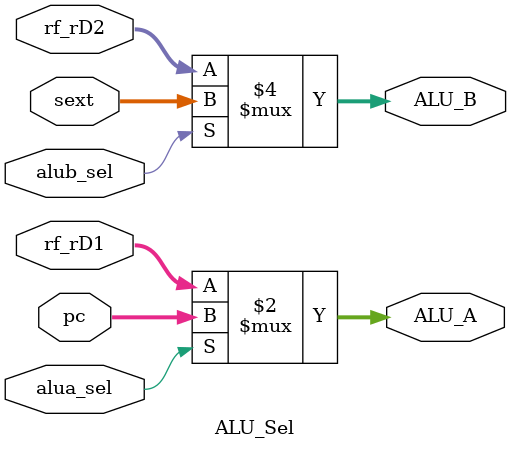
<source format=v>
`timescale 1ns / 1ps

module ALU_Sel(
    input          alua_sel,
    input          alub_sel,
    input   [31:0] pc,
    input   [31:0] sext,
    input   [31:0] rf_rD1,
    input   [31:0] rf_rD2,
    output  [31:0] ALU_A,
    output  [31:0] ALU_B
    );
    
    assign ALU_A = (alua_sel == 'b0) ? rf_rD1 : pc;
    assign ALU_B = (alub_sel == 'b0) ? rf_rD2 : sext;
    
endmodule

</source>
